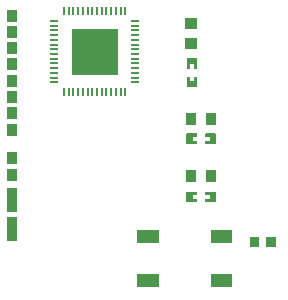
<source format=gtp>
G04 Layer: TopPasteMaskLayer*
G04 EasyEDA v6.4.25, 2021-10-20T20:18:06+03:00*
G04 dcba5cd40900447394ce88492ccb6976,3ac546bf038a4e40b039f7879bd882b5,10*
G04 Gerber Generator version 0.2*
G04 Scale: 100 percent, Rotated: No, Reflected: No *
G04 Dimensions in millimeters *
G04 leading zeros omitted , absolute positions ,4 integer and 5 decimal *
%FSLAX45Y45*%
%MOMM*%

%ADD17R,0.8999X1.0000*%
%ADD18R,0.8999X2.0000*%
%ADD24R,0.6650X0.2000*%
%ADD25R,0.2000X0.6650*%
%ADD26R,4.0000X4.0000*%

%LPD*%
G36*
X2195220Y6398310D02*
G01*
X2190191Y6393281D01*
X2190191Y6313322D01*
X2195220Y6308293D01*
X2217978Y6308293D01*
X2217978Y6345326D01*
X2250998Y6345326D01*
X2250998Y6308293D01*
X2275179Y6308293D01*
X2280208Y6313322D01*
X2280208Y6393281D01*
X2275179Y6398310D01*
G37*
G36*
X2195220Y6238290D02*
G01*
X2190191Y6233312D01*
X2190191Y6154318D01*
X2195220Y6149289D01*
X2275179Y6149289D01*
X2280208Y6154318D01*
X2280208Y6233312D01*
X2275179Y6238290D01*
X2250998Y6238290D01*
X2250998Y6200292D01*
X2217978Y6200292D01*
X2217978Y6238290D01*
G37*
G36*
X2191918Y5760008D02*
G01*
X2186889Y5754979D01*
X2186889Y5675020D01*
X2191918Y5669991D01*
X2271877Y5669991D01*
X2276906Y5675020D01*
X2276906Y5697778D01*
X2239924Y5697778D01*
X2239924Y5730798D01*
X2276906Y5730798D01*
X2276906Y5754979D01*
X2271877Y5760008D01*
G37*
G36*
X2351887Y5760008D02*
G01*
X2346909Y5754979D01*
X2346909Y5730798D01*
X2384907Y5730798D01*
X2384907Y5697778D01*
X2346909Y5697778D01*
X2346909Y5675020D01*
X2351887Y5669991D01*
X2430881Y5669991D01*
X2435910Y5675020D01*
X2435910Y5754979D01*
X2430881Y5760008D01*
G37*
G36*
X2191918Y5264708D02*
G01*
X2186889Y5259679D01*
X2186889Y5179720D01*
X2191918Y5174691D01*
X2271877Y5174691D01*
X2276906Y5179720D01*
X2276906Y5202478D01*
X2239924Y5202478D01*
X2239924Y5235498D01*
X2276906Y5235498D01*
X2276906Y5259679D01*
X2271877Y5264708D01*
G37*
G36*
X2351887Y5264708D02*
G01*
X2346909Y5259679D01*
X2346909Y5235498D01*
X2384907Y5235498D01*
X2384907Y5202478D01*
X2346909Y5202478D01*
X2346909Y5179720D01*
X2351887Y5174691D01*
X2430881Y5174691D01*
X2435910Y5179720D01*
X2435910Y5259679D01*
X2430881Y5264708D01*
G37*
D17*
G01*
X711200Y5549900D03*
G01*
X711200Y5410200D03*
D18*
G01*
X711200Y5194300D03*
G01*
X711200Y4953000D03*
D17*
G01*
X711200Y6756400D03*
G01*
X711200Y6618503D03*
G01*
X711200Y6480632D03*
G01*
X711200Y6342735D03*
G01*
X711200Y6204864D03*
G01*
X711200Y6066967D03*
G01*
X711200Y5929096D03*
G01*
X711200Y5791200D03*
G36*
X2862099Y4883701D02*
G01*
X2942099Y4883701D01*
X2942099Y4793698D01*
X2862099Y4793698D01*
G37*
G36*
X2722100Y4883701D02*
G01*
X2802100Y4883701D01*
X2802100Y4793698D01*
X2722100Y4793698D01*
G37*
G36*
X2172568Y6733910D02*
G01*
X2272568Y6733910D01*
X2272568Y6643918D01*
X2172568Y6643918D01*
G37*
G36*
X2172568Y6563911D02*
G01*
X2272568Y6563911D01*
X2272568Y6473918D01*
X2172568Y6473918D01*
G37*
G36*
X1771700Y4939012D02*
G01*
X1951700Y4939012D01*
X1951700Y4829012D01*
X1771700Y4829012D01*
G37*
G36*
X2391699Y4939014D02*
G01*
X2571699Y4939014D01*
X2571699Y4829012D01*
X2391699Y4829012D01*
G37*
G36*
X1771700Y4569012D02*
G01*
X1951700Y4569012D01*
X1951700Y4459010D01*
X1771700Y4459010D01*
G37*
G36*
X2391699Y4569012D02*
G01*
X2571699Y4569012D01*
X2571699Y4459010D01*
X2391699Y4459010D01*
G37*
G01*
X2396388Y5880100D03*
G01*
X2226386Y5880100D03*
G01*
X2396388Y5397500D03*
G01*
X2226386Y5397500D03*
D24*
G01*
X1750440Y6191580D03*
G01*
X1750440Y6231585D03*
G01*
X1750440Y6271590D03*
G01*
X1750440Y6311569D03*
G01*
X1750440Y6351574D03*
G01*
X1750440Y6391579D03*
G01*
X1750440Y6431584D03*
G01*
X1750440Y6471589D03*
G01*
X1750440Y6511569D03*
G01*
X1750440Y6551574D03*
G01*
X1750440Y6591579D03*
G01*
X1750440Y6631584D03*
G01*
X1750440Y6671589D03*
G01*
X1750440Y6711569D03*
D25*
G01*
X1669694Y6792366D03*
G01*
X1629714Y6792366D03*
G01*
X1589709Y6792366D03*
G01*
X1549704Y6792366D03*
G01*
X1509699Y6792366D03*
G01*
X1469694Y6792366D03*
G01*
X1429715Y6792366D03*
G01*
X1389710Y6792366D03*
G01*
X1349705Y6792366D03*
G01*
X1309700Y6792366D03*
G01*
X1269695Y6792366D03*
G01*
X1229715Y6792366D03*
G01*
X1189710Y6792366D03*
G01*
X1149705Y6792366D03*
D24*
G01*
X1068933Y6711569D03*
G01*
X1068933Y6671589D03*
G01*
X1068933Y6631584D03*
G01*
X1068933Y6591579D03*
G01*
X1068933Y6551574D03*
G01*
X1068933Y6511569D03*
G01*
X1068933Y6471589D03*
G01*
X1068933Y6431584D03*
G01*
X1068933Y6391579D03*
G01*
X1068933Y6351574D03*
G01*
X1068933Y6311569D03*
G01*
X1068933Y6271590D03*
G01*
X1068933Y6231585D03*
G01*
X1068933Y6191580D03*
D25*
G01*
X1149705Y6110833D03*
G01*
X1189710Y6110833D03*
G01*
X1229715Y6110833D03*
G01*
X1269695Y6110833D03*
G01*
X1309700Y6110833D03*
G01*
X1349705Y6110833D03*
G01*
X1389710Y6110833D03*
G01*
X1429715Y6110833D03*
G01*
X1469694Y6110833D03*
G01*
X1509699Y6110833D03*
G01*
X1549704Y6110833D03*
G01*
X1589709Y6110833D03*
G01*
X1629714Y6110833D03*
G01*
X1669694Y6110833D03*
D26*
G01*
X1409700Y6451574D03*
M02*

</source>
